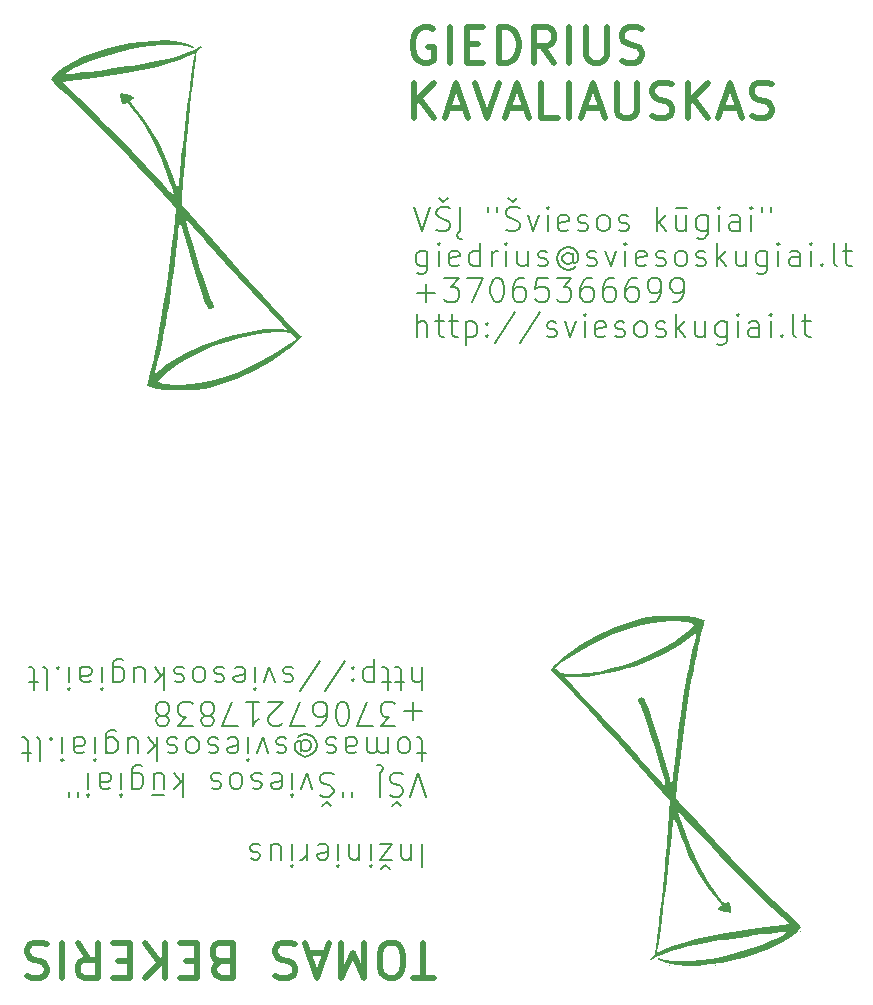
<source format=gto>
G04 (created by PCBNEW (2013-mar-13)-testing) date Sat 12 Oct 2013 01:57:42 PM CEST*
%MOIN*%
G04 Gerber Fmt 3.4, Leading zero omitted, Abs format*
%FSLAX34Y34*%
G01*
G70*
G90*
G04 APERTURE LIST*
%ADD10C,0.005906*%
%ADD11C,0.019685*%
%ADD12C,0.007874*%
%ADD13C,0.000100*%
G04 APERTURE END LIST*
G54D10*
G54D11*
X23877Y-43375D02*
X23202Y-43375D01*
X23540Y-42194D02*
X23540Y-43375D01*
X22584Y-43375D02*
X22359Y-43375D01*
X22246Y-43319D01*
X22134Y-43206D01*
X22077Y-42981D01*
X22077Y-42588D01*
X22134Y-42363D01*
X22246Y-42250D01*
X22359Y-42194D01*
X22584Y-42194D01*
X22696Y-42250D01*
X22808Y-42363D01*
X22865Y-42588D01*
X22865Y-42981D01*
X22808Y-43206D01*
X22696Y-43319D01*
X22584Y-43375D01*
X21571Y-42194D02*
X21571Y-43375D01*
X21177Y-42531D01*
X20784Y-43375D01*
X20784Y-42194D01*
X20278Y-42531D02*
X19715Y-42531D01*
X20390Y-42194D02*
X19996Y-43375D01*
X19603Y-42194D01*
X19265Y-42250D02*
X19096Y-42194D01*
X18815Y-42194D01*
X18703Y-42250D01*
X18647Y-42306D01*
X18590Y-42419D01*
X18590Y-42531D01*
X18647Y-42644D01*
X18703Y-42700D01*
X18815Y-42756D01*
X19040Y-42813D01*
X19153Y-42869D01*
X19209Y-42925D01*
X19265Y-43038D01*
X19265Y-43150D01*
X19209Y-43263D01*
X19153Y-43319D01*
X19040Y-43375D01*
X18759Y-43375D01*
X18590Y-43319D01*
X16791Y-42813D02*
X16622Y-42756D01*
X16566Y-42700D01*
X16509Y-42588D01*
X16509Y-42419D01*
X16566Y-42306D01*
X16622Y-42250D01*
X16734Y-42194D01*
X17184Y-42194D01*
X17184Y-43375D01*
X16791Y-43375D01*
X16678Y-43319D01*
X16622Y-43263D01*
X16566Y-43150D01*
X16566Y-43038D01*
X16622Y-42925D01*
X16678Y-42869D01*
X16791Y-42813D01*
X17184Y-42813D01*
X16003Y-42813D02*
X15609Y-42813D01*
X15441Y-42194D02*
X16003Y-42194D01*
X16003Y-43375D01*
X15441Y-43375D01*
X14934Y-42194D02*
X14934Y-43375D01*
X14260Y-42194D02*
X14766Y-42869D01*
X14260Y-43375D02*
X14934Y-42700D01*
X13753Y-42813D02*
X13360Y-42813D01*
X13191Y-42194D02*
X13753Y-42194D01*
X13753Y-43375D01*
X13191Y-43375D01*
X12010Y-42194D02*
X12404Y-42756D01*
X12685Y-42194D02*
X12685Y-43375D01*
X12235Y-43375D01*
X12122Y-43319D01*
X12066Y-43263D01*
X12010Y-43150D01*
X12010Y-42981D01*
X12066Y-42869D01*
X12122Y-42813D01*
X12235Y-42756D01*
X12685Y-42756D01*
X11504Y-42194D02*
X11504Y-43375D01*
X10997Y-42250D02*
X10829Y-42194D01*
X10548Y-42194D01*
X10435Y-42250D01*
X10379Y-42306D01*
X10323Y-42419D01*
X10323Y-42531D01*
X10379Y-42644D01*
X10435Y-42700D01*
X10548Y-42756D01*
X10773Y-42813D01*
X10885Y-42869D01*
X10941Y-42925D01*
X10997Y-43038D01*
X10997Y-43150D01*
X10941Y-43263D01*
X10885Y-43319D01*
X10773Y-43375D01*
X10491Y-43375D01*
X10323Y-43319D01*
G54D12*
X23506Y-38897D02*
X23506Y-39684D01*
X23131Y-39422D02*
X23131Y-38897D01*
X23131Y-39347D02*
X23094Y-39384D01*
X23019Y-39422D01*
X22906Y-39422D01*
X22831Y-39384D01*
X22794Y-39309D01*
X22794Y-38897D01*
X22494Y-39422D02*
X22081Y-39422D01*
X22494Y-38897D01*
X22081Y-38897D01*
X22419Y-39722D02*
X22269Y-39609D01*
X22119Y-39722D01*
X21781Y-38897D02*
X21781Y-39422D01*
X21781Y-39684D02*
X21819Y-39647D01*
X21781Y-39609D01*
X21744Y-39647D01*
X21781Y-39684D01*
X21781Y-39609D01*
X21406Y-39422D02*
X21406Y-38897D01*
X21406Y-39347D02*
X21369Y-39384D01*
X21294Y-39422D01*
X21181Y-39422D01*
X21106Y-39384D01*
X21069Y-39309D01*
X21069Y-38897D01*
X20694Y-38897D02*
X20694Y-39422D01*
X20694Y-39684D02*
X20731Y-39647D01*
X20694Y-39609D01*
X20656Y-39647D01*
X20694Y-39684D01*
X20694Y-39609D01*
X20019Y-38935D02*
X20094Y-38897D01*
X20244Y-38897D01*
X20319Y-38935D01*
X20357Y-39010D01*
X20357Y-39309D01*
X20319Y-39384D01*
X20244Y-39422D01*
X20094Y-39422D01*
X20019Y-39384D01*
X19982Y-39309D01*
X19982Y-39234D01*
X20357Y-39160D01*
X19644Y-38897D02*
X19644Y-39422D01*
X19644Y-39272D02*
X19607Y-39347D01*
X19569Y-39384D01*
X19494Y-39422D01*
X19419Y-39422D01*
X19157Y-38897D02*
X19157Y-39422D01*
X19157Y-39684D02*
X19194Y-39647D01*
X19157Y-39609D01*
X19119Y-39647D01*
X19157Y-39684D01*
X19157Y-39609D01*
X18444Y-39422D02*
X18444Y-38897D01*
X18782Y-39422D02*
X18782Y-39010D01*
X18744Y-38935D01*
X18669Y-38897D01*
X18557Y-38897D01*
X18482Y-38935D01*
X18444Y-38972D01*
X18107Y-38935D02*
X18032Y-38897D01*
X17882Y-38897D01*
X17807Y-38935D01*
X17769Y-39010D01*
X17769Y-39047D01*
X17807Y-39122D01*
X17882Y-39160D01*
X17994Y-39160D01*
X18069Y-39197D01*
X18107Y-39272D01*
X18107Y-39309D01*
X18069Y-39384D01*
X17994Y-39422D01*
X17882Y-39422D01*
X17807Y-39384D01*
X23619Y-37322D02*
X23356Y-36535D01*
X23094Y-37322D01*
X22869Y-36572D02*
X22756Y-36535D01*
X22569Y-36535D01*
X22494Y-36572D01*
X22456Y-36610D01*
X22419Y-36685D01*
X22419Y-36760D01*
X22456Y-36835D01*
X22494Y-36872D01*
X22569Y-36910D01*
X22719Y-36947D01*
X22794Y-36985D01*
X22831Y-37022D01*
X22869Y-37097D01*
X22869Y-37172D01*
X22831Y-37247D01*
X22794Y-37285D01*
X22719Y-37322D01*
X22531Y-37322D01*
X22419Y-37285D01*
X22794Y-37622D02*
X22644Y-37510D01*
X22494Y-37622D01*
X22081Y-36535D02*
X22081Y-37322D01*
X22081Y-36535D02*
X22156Y-36460D01*
X22194Y-36385D01*
X22156Y-36310D01*
X22081Y-36272D01*
X22006Y-36272D01*
X21144Y-37322D02*
X21144Y-37172D01*
X20844Y-37322D02*
X20844Y-37172D01*
X20544Y-36572D02*
X20432Y-36535D01*
X20244Y-36535D01*
X20169Y-36572D01*
X20132Y-36610D01*
X20094Y-36685D01*
X20094Y-36760D01*
X20132Y-36835D01*
X20169Y-36872D01*
X20244Y-36910D01*
X20394Y-36947D01*
X20469Y-36985D01*
X20506Y-37022D01*
X20544Y-37097D01*
X20544Y-37172D01*
X20506Y-37247D01*
X20469Y-37285D01*
X20394Y-37322D01*
X20207Y-37322D01*
X20094Y-37285D01*
X20469Y-37622D02*
X20319Y-37510D01*
X20169Y-37622D01*
X19832Y-37060D02*
X19644Y-36535D01*
X19457Y-37060D01*
X19157Y-36535D02*
X19157Y-37060D01*
X19157Y-37322D02*
X19194Y-37285D01*
X19157Y-37247D01*
X19119Y-37285D01*
X19157Y-37322D01*
X19157Y-37247D01*
X18482Y-36572D02*
X18557Y-36535D01*
X18707Y-36535D01*
X18782Y-36572D01*
X18819Y-36647D01*
X18819Y-36947D01*
X18782Y-37022D01*
X18707Y-37060D01*
X18557Y-37060D01*
X18482Y-37022D01*
X18444Y-36947D01*
X18444Y-36872D01*
X18819Y-36797D01*
X18144Y-36572D02*
X18069Y-36535D01*
X17919Y-36535D01*
X17844Y-36572D01*
X17807Y-36647D01*
X17807Y-36685D01*
X17844Y-36760D01*
X17919Y-36797D01*
X18032Y-36797D01*
X18107Y-36835D01*
X18144Y-36910D01*
X18144Y-36947D01*
X18107Y-37022D01*
X18032Y-37060D01*
X17919Y-37060D01*
X17844Y-37022D01*
X17357Y-36535D02*
X17432Y-36572D01*
X17469Y-36610D01*
X17507Y-36685D01*
X17507Y-36910D01*
X17469Y-36985D01*
X17432Y-37022D01*
X17357Y-37060D01*
X17244Y-37060D01*
X17169Y-37022D01*
X17132Y-36985D01*
X17094Y-36910D01*
X17094Y-36685D01*
X17132Y-36610D01*
X17169Y-36572D01*
X17244Y-36535D01*
X17357Y-36535D01*
X16794Y-36572D02*
X16719Y-36535D01*
X16569Y-36535D01*
X16494Y-36572D01*
X16457Y-36647D01*
X16457Y-36685D01*
X16494Y-36760D01*
X16569Y-36797D01*
X16682Y-36797D01*
X16757Y-36835D01*
X16794Y-36910D01*
X16794Y-36947D01*
X16757Y-37022D01*
X16682Y-37060D01*
X16569Y-37060D01*
X16494Y-37022D01*
X15520Y-36535D02*
X15520Y-37322D01*
X15445Y-36835D02*
X15220Y-36535D01*
X15220Y-37060D02*
X15520Y-36760D01*
X14545Y-37060D02*
X14545Y-36535D01*
X14882Y-37060D02*
X14882Y-36647D01*
X14845Y-36572D01*
X14770Y-36535D01*
X14657Y-36535D01*
X14582Y-36572D01*
X14545Y-36610D01*
X14882Y-37285D02*
X14507Y-37285D01*
X13832Y-37060D02*
X13832Y-36422D01*
X13870Y-36347D01*
X13907Y-36310D01*
X13982Y-36272D01*
X14095Y-36272D01*
X14170Y-36310D01*
X13832Y-36572D02*
X13907Y-36535D01*
X14057Y-36535D01*
X14132Y-36572D01*
X14170Y-36610D01*
X14207Y-36685D01*
X14207Y-36910D01*
X14170Y-36985D01*
X14132Y-37022D01*
X14057Y-37060D01*
X13907Y-37060D01*
X13832Y-37022D01*
X13457Y-36535D02*
X13457Y-37060D01*
X13457Y-37322D02*
X13495Y-37285D01*
X13457Y-37247D01*
X13420Y-37285D01*
X13457Y-37322D01*
X13457Y-37247D01*
X12745Y-36535D02*
X12745Y-36947D01*
X12782Y-37022D01*
X12857Y-37060D01*
X13007Y-37060D01*
X13082Y-37022D01*
X12745Y-36572D02*
X12820Y-36535D01*
X13007Y-36535D01*
X13082Y-36572D01*
X13120Y-36647D01*
X13120Y-36722D01*
X13082Y-36797D01*
X13007Y-36835D01*
X12820Y-36835D01*
X12745Y-36872D01*
X12370Y-36535D02*
X12370Y-37060D01*
X12370Y-37322D02*
X12408Y-37285D01*
X12370Y-37247D01*
X12333Y-37285D01*
X12370Y-37322D01*
X12370Y-37247D01*
X12033Y-37322D02*
X12033Y-37172D01*
X11733Y-37322D02*
X11733Y-37172D01*
X23619Y-35879D02*
X23319Y-35879D01*
X23506Y-36141D02*
X23506Y-35466D01*
X23469Y-35391D01*
X23394Y-35354D01*
X23319Y-35354D01*
X22944Y-35354D02*
X23019Y-35391D01*
X23056Y-35429D01*
X23094Y-35504D01*
X23094Y-35729D01*
X23056Y-35804D01*
X23019Y-35841D01*
X22944Y-35879D01*
X22831Y-35879D01*
X22756Y-35841D01*
X22719Y-35804D01*
X22681Y-35729D01*
X22681Y-35504D01*
X22719Y-35429D01*
X22756Y-35391D01*
X22831Y-35354D01*
X22944Y-35354D01*
X22344Y-35354D02*
X22344Y-35879D01*
X22344Y-35804D02*
X22306Y-35841D01*
X22231Y-35879D01*
X22119Y-35879D01*
X22044Y-35841D01*
X22006Y-35766D01*
X22006Y-35354D01*
X22006Y-35766D02*
X21969Y-35841D01*
X21894Y-35879D01*
X21781Y-35879D01*
X21706Y-35841D01*
X21669Y-35766D01*
X21669Y-35354D01*
X20956Y-35354D02*
X20956Y-35766D01*
X20994Y-35841D01*
X21069Y-35879D01*
X21219Y-35879D01*
X21294Y-35841D01*
X20956Y-35391D02*
X21031Y-35354D01*
X21219Y-35354D01*
X21294Y-35391D01*
X21331Y-35466D01*
X21331Y-35541D01*
X21294Y-35616D01*
X21219Y-35654D01*
X21031Y-35654D01*
X20956Y-35691D01*
X20619Y-35391D02*
X20544Y-35354D01*
X20394Y-35354D01*
X20319Y-35391D01*
X20282Y-35466D01*
X20282Y-35504D01*
X20319Y-35579D01*
X20394Y-35616D01*
X20506Y-35616D01*
X20581Y-35654D01*
X20619Y-35729D01*
X20619Y-35766D01*
X20581Y-35841D01*
X20506Y-35879D01*
X20394Y-35879D01*
X20319Y-35841D01*
X19457Y-35729D02*
X19494Y-35766D01*
X19569Y-35804D01*
X19644Y-35804D01*
X19719Y-35766D01*
X19757Y-35729D01*
X19794Y-35654D01*
X19794Y-35579D01*
X19757Y-35504D01*
X19719Y-35466D01*
X19644Y-35429D01*
X19569Y-35429D01*
X19494Y-35466D01*
X19457Y-35504D01*
X19457Y-35804D02*
X19457Y-35504D01*
X19419Y-35466D01*
X19382Y-35466D01*
X19307Y-35504D01*
X19269Y-35579D01*
X19269Y-35766D01*
X19344Y-35879D01*
X19457Y-35954D01*
X19607Y-35991D01*
X19757Y-35954D01*
X19869Y-35879D01*
X19944Y-35766D01*
X19982Y-35616D01*
X19944Y-35466D01*
X19869Y-35354D01*
X19757Y-35279D01*
X19607Y-35241D01*
X19457Y-35279D01*
X19344Y-35354D01*
X18969Y-35391D02*
X18894Y-35354D01*
X18744Y-35354D01*
X18669Y-35391D01*
X18632Y-35466D01*
X18632Y-35504D01*
X18669Y-35579D01*
X18744Y-35616D01*
X18857Y-35616D01*
X18932Y-35654D01*
X18969Y-35729D01*
X18969Y-35766D01*
X18932Y-35841D01*
X18857Y-35879D01*
X18744Y-35879D01*
X18669Y-35841D01*
X18369Y-35879D02*
X18182Y-35354D01*
X17994Y-35879D01*
X17694Y-35354D02*
X17694Y-35879D01*
X17694Y-36141D02*
X17732Y-36104D01*
X17694Y-36066D01*
X17657Y-36104D01*
X17694Y-36141D01*
X17694Y-36066D01*
X17019Y-35391D02*
X17094Y-35354D01*
X17244Y-35354D01*
X17319Y-35391D01*
X17357Y-35466D01*
X17357Y-35766D01*
X17319Y-35841D01*
X17244Y-35879D01*
X17094Y-35879D01*
X17019Y-35841D01*
X16982Y-35766D01*
X16982Y-35691D01*
X17357Y-35616D01*
X16682Y-35391D02*
X16607Y-35354D01*
X16457Y-35354D01*
X16382Y-35391D01*
X16345Y-35466D01*
X16345Y-35504D01*
X16382Y-35579D01*
X16457Y-35616D01*
X16569Y-35616D01*
X16644Y-35654D01*
X16682Y-35729D01*
X16682Y-35766D01*
X16644Y-35841D01*
X16569Y-35879D01*
X16457Y-35879D01*
X16382Y-35841D01*
X15895Y-35354D02*
X15970Y-35391D01*
X16007Y-35429D01*
X16045Y-35504D01*
X16045Y-35729D01*
X16007Y-35804D01*
X15970Y-35841D01*
X15895Y-35879D01*
X15782Y-35879D01*
X15707Y-35841D01*
X15670Y-35804D01*
X15632Y-35729D01*
X15632Y-35504D01*
X15670Y-35429D01*
X15707Y-35391D01*
X15782Y-35354D01*
X15895Y-35354D01*
X15332Y-35391D02*
X15257Y-35354D01*
X15107Y-35354D01*
X15032Y-35391D01*
X14995Y-35466D01*
X14995Y-35504D01*
X15032Y-35579D01*
X15107Y-35616D01*
X15220Y-35616D01*
X15295Y-35654D01*
X15332Y-35729D01*
X15332Y-35766D01*
X15295Y-35841D01*
X15220Y-35879D01*
X15107Y-35879D01*
X15032Y-35841D01*
X14657Y-35354D02*
X14657Y-36141D01*
X14582Y-35654D02*
X14357Y-35354D01*
X14357Y-35879D02*
X14657Y-35579D01*
X13682Y-35879D02*
X13682Y-35354D01*
X14020Y-35879D02*
X14020Y-35466D01*
X13982Y-35391D01*
X13907Y-35354D01*
X13795Y-35354D01*
X13720Y-35391D01*
X13682Y-35429D01*
X12970Y-35879D02*
X12970Y-35241D01*
X13007Y-35166D01*
X13045Y-35129D01*
X13120Y-35091D01*
X13232Y-35091D01*
X13307Y-35129D01*
X12970Y-35391D02*
X13045Y-35354D01*
X13195Y-35354D01*
X13270Y-35391D01*
X13307Y-35429D01*
X13345Y-35504D01*
X13345Y-35729D01*
X13307Y-35804D01*
X13270Y-35841D01*
X13195Y-35879D01*
X13045Y-35879D01*
X12970Y-35841D01*
X12595Y-35354D02*
X12595Y-35879D01*
X12595Y-36141D02*
X12632Y-36104D01*
X12595Y-36066D01*
X12557Y-36104D01*
X12595Y-36141D01*
X12595Y-36066D01*
X11883Y-35354D02*
X11883Y-35766D01*
X11920Y-35841D01*
X11995Y-35879D01*
X12145Y-35879D01*
X12220Y-35841D01*
X11883Y-35391D02*
X11958Y-35354D01*
X12145Y-35354D01*
X12220Y-35391D01*
X12258Y-35466D01*
X12258Y-35541D01*
X12220Y-35616D01*
X12145Y-35654D01*
X11958Y-35654D01*
X11883Y-35691D01*
X11508Y-35354D02*
X11508Y-35879D01*
X11508Y-36141D02*
X11545Y-36104D01*
X11508Y-36066D01*
X11470Y-36104D01*
X11508Y-36141D01*
X11508Y-36066D01*
X11133Y-35429D02*
X11095Y-35391D01*
X11133Y-35354D01*
X11170Y-35391D01*
X11133Y-35429D01*
X11133Y-35354D01*
X10645Y-35354D02*
X10720Y-35391D01*
X10758Y-35466D01*
X10758Y-36141D01*
X10458Y-35879D02*
X10158Y-35879D01*
X10345Y-36141D02*
X10345Y-35466D01*
X10308Y-35391D01*
X10233Y-35354D01*
X10158Y-35354D01*
X23506Y-34473D02*
X22906Y-34473D01*
X23206Y-34173D02*
X23206Y-34773D01*
X22606Y-34960D02*
X22119Y-34960D01*
X22381Y-34660D01*
X22269Y-34660D01*
X22194Y-34623D01*
X22156Y-34585D01*
X22119Y-34510D01*
X22119Y-34323D01*
X22156Y-34248D01*
X22194Y-34210D01*
X22269Y-34173D01*
X22494Y-34173D01*
X22569Y-34210D01*
X22606Y-34248D01*
X21856Y-34960D02*
X21331Y-34960D01*
X21669Y-34173D01*
X20881Y-34960D02*
X20806Y-34960D01*
X20731Y-34923D01*
X20694Y-34885D01*
X20656Y-34810D01*
X20619Y-34660D01*
X20619Y-34473D01*
X20656Y-34323D01*
X20694Y-34248D01*
X20731Y-34210D01*
X20806Y-34173D01*
X20881Y-34173D01*
X20956Y-34210D01*
X20994Y-34248D01*
X21031Y-34323D01*
X21069Y-34473D01*
X21069Y-34660D01*
X21031Y-34810D01*
X20994Y-34885D01*
X20956Y-34923D01*
X20881Y-34960D01*
X19944Y-34960D02*
X20094Y-34960D01*
X20169Y-34923D01*
X20207Y-34885D01*
X20282Y-34773D01*
X20319Y-34623D01*
X20319Y-34323D01*
X20282Y-34248D01*
X20244Y-34210D01*
X20169Y-34173D01*
X20019Y-34173D01*
X19944Y-34210D01*
X19907Y-34248D01*
X19869Y-34323D01*
X19869Y-34510D01*
X19907Y-34585D01*
X19944Y-34623D01*
X20019Y-34660D01*
X20169Y-34660D01*
X20244Y-34623D01*
X20282Y-34585D01*
X20319Y-34510D01*
X19607Y-34960D02*
X19082Y-34960D01*
X19419Y-34173D01*
X18819Y-34885D02*
X18782Y-34923D01*
X18707Y-34960D01*
X18519Y-34960D01*
X18444Y-34923D01*
X18407Y-34885D01*
X18369Y-34810D01*
X18369Y-34735D01*
X18407Y-34623D01*
X18857Y-34173D01*
X18369Y-34173D01*
X17619Y-34173D02*
X18069Y-34173D01*
X17844Y-34173D02*
X17844Y-34960D01*
X17919Y-34848D01*
X17994Y-34773D01*
X18069Y-34735D01*
X17357Y-34960D02*
X16832Y-34960D01*
X17169Y-34173D01*
X16420Y-34623D02*
X16494Y-34660D01*
X16532Y-34698D01*
X16569Y-34773D01*
X16569Y-34810D01*
X16532Y-34885D01*
X16494Y-34923D01*
X16420Y-34960D01*
X16270Y-34960D01*
X16195Y-34923D01*
X16157Y-34885D01*
X16120Y-34810D01*
X16120Y-34773D01*
X16157Y-34698D01*
X16195Y-34660D01*
X16270Y-34623D01*
X16420Y-34623D01*
X16494Y-34585D01*
X16532Y-34548D01*
X16569Y-34473D01*
X16569Y-34323D01*
X16532Y-34248D01*
X16494Y-34210D01*
X16420Y-34173D01*
X16270Y-34173D01*
X16195Y-34210D01*
X16157Y-34248D01*
X16120Y-34323D01*
X16120Y-34473D01*
X16157Y-34548D01*
X16195Y-34585D01*
X16270Y-34623D01*
X15857Y-34960D02*
X15370Y-34960D01*
X15632Y-34660D01*
X15520Y-34660D01*
X15445Y-34623D01*
X15407Y-34585D01*
X15370Y-34510D01*
X15370Y-34323D01*
X15407Y-34248D01*
X15445Y-34210D01*
X15520Y-34173D01*
X15745Y-34173D01*
X15820Y-34210D01*
X15857Y-34248D01*
X14920Y-34623D02*
X14995Y-34660D01*
X15032Y-34698D01*
X15070Y-34773D01*
X15070Y-34810D01*
X15032Y-34885D01*
X14995Y-34923D01*
X14920Y-34960D01*
X14770Y-34960D01*
X14695Y-34923D01*
X14657Y-34885D01*
X14620Y-34810D01*
X14620Y-34773D01*
X14657Y-34698D01*
X14695Y-34660D01*
X14770Y-34623D01*
X14920Y-34623D01*
X14995Y-34585D01*
X15032Y-34548D01*
X15070Y-34473D01*
X15070Y-34323D01*
X15032Y-34248D01*
X14995Y-34210D01*
X14920Y-34173D01*
X14770Y-34173D01*
X14695Y-34210D01*
X14657Y-34248D01*
X14620Y-34323D01*
X14620Y-34473D01*
X14657Y-34548D01*
X14695Y-34585D01*
X14770Y-34623D01*
X23506Y-32992D02*
X23506Y-33779D01*
X23169Y-32992D02*
X23169Y-33404D01*
X23206Y-33479D01*
X23281Y-33516D01*
X23394Y-33516D01*
X23469Y-33479D01*
X23506Y-33441D01*
X22906Y-33516D02*
X22606Y-33516D01*
X22794Y-33779D02*
X22794Y-33104D01*
X22756Y-33029D01*
X22681Y-32992D01*
X22606Y-32992D01*
X22456Y-33516D02*
X22156Y-33516D01*
X22344Y-33779D02*
X22344Y-33104D01*
X22306Y-33029D01*
X22231Y-32992D01*
X22156Y-32992D01*
X21894Y-33516D02*
X21894Y-32729D01*
X21894Y-33479D02*
X21819Y-33516D01*
X21669Y-33516D01*
X21594Y-33479D01*
X21556Y-33441D01*
X21519Y-33366D01*
X21519Y-33142D01*
X21556Y-33067D01*
X21594Y-33029D01*
X21669Y-32992D01*
X21819Y-32992D01*
X21894Y-33029D01*
X21181Y-33067D02*
X21144Y-33029D01*
X21181Y-32992D01*
X21219Y-33029D01*
X21181Y-33067D01*
X21181Y-32992D01*
X21181Y-33479D02*
X21144Y-33441D01*
X21181Y-33404D01*
X21219Y-33441D01*
X21181Y-33479D01*
X21181Y-33404D01*
X20244Y-33816D02*
X20919Y-32804D01*
X19419Y-33816D02*
X20094Y-32804D01*
X19194Y-33029D02*
X19119Y-32992D01*
X18969Y-32992D01*
X18894Y-33029D01*
X18857Y-33104D01*
X18857Y-33142D01*
X18894Y-33216D01*
X18969Y-33254D01*
X19082Y-33254D01*
X19157Y-33291D01*
X19194Y-33366D01*
X19194Y-33404D01*
X19157Y-33479D01*
X19082Y-33516D01*
X18969Y-33516D01*
X18894Y-33479D01*
X18594Y-33516D02*
X18407Y-32992D01*
X18219Y-33516D01*
X17919Y-32992D02*
X17919Y-33516D01*
X17919Y-33779D02*
X17957Y-33741D01*
X17919Y-33704D01*
X17882Y-33741D01*
X17919Y-33779D01*
X17919Y-33704D01*
X17244Y-33029D02*
X17319Y-32992D01*
X17469Y-32992D01*
X17544Y-33029D01*
X17582Y-33104D01*
X17582Y-33404D01*
X17544Y-33479D01*
X17469Y-33516D01*
X17319Y-33516D01*
X17244Y-33479D01*
X17207Y-33404D01*
X17207Y-33329D01*
X17582Y-33254D01*
X16907Y-33029D02*
X16832Y-32992D01*
X16682Y-32992D01*
X16607Y-33029D01*
X16569Y-33104D01*
X16569Y-33142D01*
X16607Y-33216D01*
X16682Y-33254D01*
X16794Y-33254D01*
X16869Y-33291D01*
X16907Y-33366D01*
X16907Y-33404D01*
X16869Y-33479D01*
X16794Y-33516D01*
X16682Y-33516D01*
X16607Y-33479D01*
X16120Y-32992D02*
X16195Y-33029D01*
X16232Y-33067D01*
X16270Y-33142D01*
X16270Y-33366D01*
X16232Y-33441D01*
X16195Y-33479D01*
X16120Y-33516D01*
X16007Y-33516D01*
X15932Y-33479D01*
X15895Y-33441D01*
X15857Y-33366D01*
X15857Y-33142D01*
X15895Y-33067D01*
X15932Y-33029D01*
X16007Y-32992D01*
X16120Y-32992D01*
X15557Y-33029D02*
X15482Y-32992D01*
X15332Y-32992D01*
X15257Y-33029D01*
X15220Y-33104D01*
X15220Y-33142D01*
X15257Y-33216D01*
X15332Y-33254D01*
X15445Y-33254D01*
X15520Y-33291D01*
X15557Y-33366D01*
X15557Y-33404D01*
X15520Y-33479D01*
X15445Y-33516D01*
X15332Y-33516D01*
X15257Y-33479D01*
X14882Y-32992D02*
X14882Y-33779D01*
X14807Y-33291D02*
X14582Y-32992D01*
X14582Y-33516D02*
X14882Y-33216D01*
X13907Y-33516D02*
X13907Y-32992D01*
X14245Y-33516D02*
X14245Y-33104D01*
X14207Y-33029D01*
X14132Y-32992D01*
X14020Y-32992D01*
X13945Y-33029D01*
X13907Y-33067D01*
X13195Y-33516D02*
X13195Y-32879D01*
X13232Y-32804D01*
X13270Y-32767D01*
X13345Y-32729D01*
X13457Y-32729D01*
X13532Y-32767D01*
X13195Y-33029D02*
X13270Y-32992D01*
X13420Y-32992D01*
X13495Y-33029D01*
X13532Y-33067D01*
X13570Y-33142D01*
X13570Y-33366D01*
X13532Y-33441D01*
X13495Y-33479D01*
X13420Y-33516D01*
X13270Y-33516D01*
X13195Y-33479D01*
X12820Y-32992D02*
X12820Y-33516D01*
X12820Y-33779D02*
X12857Y-33741D01*
X12820Y-33704D01*
X12782Y-33741D01*
X12820Y-33779D01*
X12820Y-33704D01*
X12108Y-32992D02*
X12108Y-33404D01*
X12145Y-33479D01*
X12220Y-33516D01*
X12370Y-33516D01*
X12445Y-33479D01*
X12108Y-33029D02*
X12183Y-32992D01*
X12370Y-32992D01*
X12445Y-33029D01*
X12482Y-33104D01*
X12482Y-33179D01*
X12445Y-33254D01*
X12370Y-33291D01*
X12183Y-33291D01*
X12108Y-33329D01*
X11733Y-32992D02*
X11733Y-33516D01*
X11733Y-33779D02*
X11770Y-33741D01*
X11733Y-33704D01*
X11695Y-33741D01*
X11733Y-33779D01*
X11733Y-33704D01*
X11358Y-33067D02*
X11320Y-33029D01*
X11358Y-32992D01*
X11395Y-33029D01*
X11358Y-33067D01*
X11358Y-32992D01*
X10870Y-32992D02*
X10945Y-33029D01*
X10983Y-33104D01*
X10983Y-33779D01*
X10683Y-33516D02*
X10383Y-33516D01*
X10570Y-33779D02*
X10570Y-33104D01*
X10533Y-33029D01*
X10458Y-32992D01*
X10383Y-32992D01*
X23224Y-17679D02*
X23487Y-18466D01*
X23749Y-17679D01*
X23974Y-18428D02*
X24086Y-18466D01*
X24274Y-18466D01*
X24349Y-18428D01*
X24386Y-18391D01*
X24424Y-18316D01*
X24424Y-18241D01*
X24386Y-18166D01*
X24349Y-18128D01*
X24274Y-18091D01*
X24124Y-18053D01*
X24049Y-18016D01*
X24011Y-17979D01*
X23974Y-17904D01*
X23974Y-17829D01*
X24011Y-17754D01*
X24049Y-17716D01*
X24124Y-17679D01*
X24311Y-17679D01*
X24424Y-17716D01*
X24049Y-17379D02*
X24199Y-17491D01*
X24349Y-17379D01*
X24761Y-18466D02*
X24761Y-17679D01*
X24761Y-18466D02*
X24686Y-18541D01*
X24649Y-18616D01*
X24686Y-18691D01*
X24761Y-18728D01*
X24836Y-18728D01*
X25699Y-17679D02*
X25699Y-17829D01*
X25999Y-17679D02*
X25999Y-17829D01*
X26299Y-18428D02*
X26411Y-18466D01*
X26599Y-18466D01*
X26674Y-18428D01*
X26711Y-18391D01*
X26749Y-18316D01*
X26749Y-18241D01*
X26711Y-18166D01*
X26674Y-18128D01*
X26599Y-18091D01*
X26449Y-18053D01*
X26374Y-18016D01*
X26336Y-17979D01*
X26299Y-17904D01*
X26299Y-17829D01*
X26336Y-17754D01*
X26374Y-17716D01*
X26449Y-17679D01*
X26636Y-17679D01*
X26749Y-17716D01*
X26374Y-17379D02*
X26524Y-17491D01*
X26674Y-17379D01*
X27011Y-17941D02*
X27199Y-18466D01*
X27386Y-17941D01*
X27686Y-18466D02*
X27686Y-17941D01*
X27686Y-17679D02*
X27649Y-17716D01*
X27686Y-17754D01*
X27724Y-17716D01*
X27686Y-17679D01*
X27686Y-17754D01*
X28361Y-18428D02*
X28286Y-18466D01*
X28136Y-18466D01*
X28061Y-18428D01*
X28023Y-18353D01*
X28023Y-18053D01*
X28061Y-17979D01*
X28136Y-17941D01*
X28286Y-17941D01*
X28361Y-17979D01*
X28398Y-18053D01*
X28398Y-18128D01*
X28023Y-18203D01*
X28698Y-18428D02*
X28773Y-18466D01*
X28923Y-18466D01*
X28998Y-18428D01*
X29036Y-18353D01*
X29036Y-18316D01*
X28998Y-18241D01*
X28923Y-18203D01*
X28811Y-18203D01*
X28736Y-18166D01*
X28698Y-18091D01*
X28698Y-18053D01*
X28736Y-17979D01*
X28811Y-17941D01*
X28923Y-17941D01*
X28998Y-17979D01*
X29486Y-18466D02*
X29411Y-18428D01*
X29373Y-18391D01*
X29336Y-18316D01*
X29336Y-18091D01*
X29373Y-18016D01*
X29411Y-17979D01*
X29486Y-17941D01*
X29598Y-17941D01*
X29673Y-17979D01*
X29711Y-18016D01*
X29748Y-18091D01*
X29748Y-18316D01*
X29711Y-18391D01*
X29673Y-18428D01*
X29598Y-18466D01*
X29486Y-18466D01*
X30048Y-18428D02*
X30123Y-18466D01*
X30273Y-18466D01*
X30348Y-18428D01*
X30386Y-18353D01*
X30386Y-18316D01*
X30348Y-18241D01*
X30273Y-18203D01*
X30161Y-18203D01*
X30086Y-18166D01*
X30048Y-18091D01*
X30048Y-18053D01*
X30086Y-17979D01*
X30161Y-17941D01*
X30273Y-17941D01*
X30348Y-17979D01*
X31323Y-18466D02*
X31323Y-17679D01*
X31398Y-18166D02*
X31623Y-18466D01*
X31623Y-17941D02*
X31323Y-18241D01*
X32298Y-17941D02*
X32298Y-18466D01*
X31961Y-17941D02*
X31961Y-18353D01*
X31998Y-18428D01*
X32073Y-18466D01*
X32185Y-18466D01*
X32260Y-18428D01*
X32298Y-18391D01*
X31961Y-17716D02*
X32335Y-17716D01*
X33010Y-17941D02*
X33010Y-18578D01*
X32973Y-18653D01*
X32935Y-18691D01*
X32860Y-18728D01*
X32748Y-18728D01*
X32673Y-18691D01*
X33010Y-18428D02*
X32935Y-18466D01*
X32785Y-18466D01*
X32710Y-18428D01*
X32673Y-18391D01*
X32635Y-18316D01*
X32635Y-18091D01*
X32673Y-18016D01*
X32710Y-17979D01*
X32785Y-17941D01*
X32935Y-17941D01*
X33010Y-17979D01*
X33385Y-18466D02*
X33385Y-17941D01*
X33385Y-17679D02*
X33348Y-17716D01*
X33385Y-17754D01*
X33423Y-17716D01*
X33385Y-17679D01*
X33385Y-17754D01*
X34098Y-18466D02*
X34098Y-18053D01*
X34060Y-17979D01*
X33985Y-17941D01*
X33835Y-17941D01*
X33760Y-17979D01*
X34098Y-18428D02*
X34023Y-18466D01*
X33835Y-18466D01*
X33760Y-18428D01*
X33723Y-18353D01*
X33723Y-18278D01*
X33760Y-18203D01*
X33835Y-18166D01*
X34023Y-18166D01*
X34098Y-18128D01*
X34473Y-18466D02*
X34473Y-17941D01*
X34473Y-17679D02*
X34435Y-17716D01*
X34473Y-17754D01*
X34510Y-17716D01*
X34473Y-17679D01*
X34473Y-17754D01*
X34810Y-17679D02*
X34810Y-17829D01*
X35110Y-17679D02*
X35110Y-17829D01*
X23674Y-19122D02*
X23674Y-19760D01*
X23637Y-19835D01*
X23599Y-19872D01*
X23524Y-19910D01*
X23412Y-19910D01*
X23337Y-19872D01*
X23674Y-19610D02*
X23599Y-19647D01*
X23449Y-19647D01*
X23374Y-19610D01*
X23337Y-19572D01*
X23299Y-19497D01*
X23299Y-19272D01*
X23337Y-19197D01*
X23374Y-19160D01*
X23449Y-19122D01*
X23599Y-19122D01*
X23674Y-19160D01*
X24049Y-19647D02*
X24049Y-19122D01*
X24049Y-18860D02*
X24011Y-18897D01*
X24049Y-18935D01*
X24086Y-18897D01*
X24049Y-18860D01*
X24049Y-18935D01*
X24724Y-19610D02*
X24649Y-19647D01*
X24499Y-19647D01*
X24424Y-19610D01*
X24386Y-19535D01*
X24386Y-19235D01*
X24424Y-19160D01*
X24499Y-19122D01*
X24649Y-19122D01*
X24724Y-19160D01*
X24761Y-19235D01*
X24761Y-19310D01*
X24386Y-19385D01*
X25436Y-19647D02*
X25436Y-18860D01*
X25436Y-19610D02*
X25361Y-19647D01*
X25211Y-19647D01*
X25136Y-19610D01*
X25099Y-19572D01*
X25061Y-19497D01*
X25061Y-19272D01*
X25099Y-19197D01*
X25136Y-19160D01*
X25211Y-19122D01*
X25361Y-19122D01*
X25436Y-19160D01*
X25811Y-19647D02*
X25811Y-19122D01*
X25811Y-19272D02*
X25849Y-19197D01*
X25886Y-19160D01*
X25961Y-19122D01*
X26036Y-19122D01*
X26299Y-19647D02*
X26299Y-19122D01*
X26299Y-18860D02*
X26261Y-18897D01*
X26299Y-18935D01*
X26336Y-18897D01*
X26299Y-18860D01*
X26299Y-18935D01*
X27011Y-19122D02*
X27011Y-19647D01*
X26674Y-19122D02*
X26674Y-19535D01*
X26711Y-19610D01*
X26786Y-19647D01*
X26899Y-19647D01*
X26974Y-19610D01*
X27011Y-19572D01*
X27349Y-19610D02*
X27424Y-19647D01*
X27574Y-19647D01*
X27649Y-19610D01*
X27686Y-19535D01*
X27686Y-19497D01*
X27649Y-19422D01*
X27574Y-19385D01*
X27461Y-19385D01*
X27386Y-19347D01*
X27349Y-19272D01*
X27349Y-19235D01*
X27386Y-19160D01*
X27461Y-19122D01*
X27574Y-19122D01*
X27649Y-19160D01*
X28511Y-19272D02*
X28473Y-19235D01*
X28398Y-19197D01*
X28323Y-19197D01*
X28248Y-19235D01*
X28211Y-19272D01*
X28173Y-19347D01*
X28173Y-19422D01*
X28211Y-19497D01*
X28248Y-19535D01*
X28323Y-19572D01*
X28398Y-19572D01*
X28473Y-19535D01*
X28511Y-19497D01*
X28511Y-19197D02*
X28511Y-19497D01*
X28548Y-19535D01*
X28586Y-19535D01*
X28661Y-19497D01*
X28698Y-19422D01*
X28698Y-19235D01*
X28623Y-19122D01*
X28511Y-19047D01*
X28361Y-19010D01*
X28211Y-19047D01*
X28098Y-19122D01*
X28023Y-19235D01*
X27986Y-19385D01*
X28023Y-19535D01*
X28098Y-19647D01*
X28211Y-19722D01*
X28361Y-19760D01*
X28511Y-19722D01*
X28623Y-19647D01*
X28998Y-19610D02*
X29073Y-19647D01*
X29223Y-19647D01*
X29298Y-19610D01*
X29336Y-19535D01*
X29336Y-19497D01*
X29298Y-19422D01*
X29223Y-19385D01*
X29111Y-19385D01*
X29036Y-19347D01*
X28998Y-19272D01*
X28998Y-19235D01*
X29036Y-19160D01*
X29111Y-19122D01*
X29223Y-19122D01*
X29298Y-19160D01*
X29598Y-19122D02*
X29786Y-19647D01*
X29973Y-19122D01*
X30273Y-19647D02*
X30273Y-19122D01*
X30273Y-18860D02*
X30236Y-18897D01*
X30273Y-18935D01*
X30311Y-18897D01*
X30273Y-18860D01*
X30273Y-18935D01*
X30948Y-19610D02*
X30873Y-19647D01*
X30723Y-19647D01*
X30648Y-19610D01*
X30611Y-19535D01*
X30611Y-19235D01*
X30648Y-19160D01*
X30723Y-19122D01*
X30873Y-19122D01*
X30948Y-19160D01*
X30986Y-19235D01*
X30986Y-19310D01*
X30611Y-19385D01*
X31286Y-19610D02*
X31361Y-19647D01*
X31511Y-19647D01*
X31586Y-19610D01*
X31623Y-19535D01*
X31623Y-19497D01*
X31586Y-19422D01*
X31511Y-19385D01*
X31398Y-19385D01*
X31323Y-19347D01*
X31286Y-19272D01*
X31286Y-19235D01*
X31323Y-19160D01*
X31398Y-19122D01*
X31511Y-19122D01*
X31586Y-19160D01*
X32073Y-19647D02*
X31998Y-19610D01*
X31961Y-19572D01*
X31923Y-19497D01*
X31923Y-19272D01*
X31961Y-19197D01*
X31998Y-19160D01*
X32073Y-19122D01*
X32185Y-19122D01*
X32260Y-19160D01*
X32298Y-19197D01*
X32335Y-19272D01*
X32335Y-19497D01*
X32298Y-19572D01*
X32260Y-19610D01*
X32185Y-19647D01*
X32073Y-19647D01*
X32635Y-19610D02*
X32710Y-19647D01*
X32860Y-19647D01*
X32935Y-19610D01*
X32973Y-19535D01*
X32973Y-19497D01*
X32935Y-19422D01*
X32860Y-19385D01*
X32748Y-19385D01*
X32673Y-19347D01*
X32635Y-19272D01*
X32635Y-19235D01*
X32673Y-19160D01*
X32748Y-19122D01*
X32860Y-19122D01*
X32935Y-19160D01*
X33310Y-19647D02*
X33310Y-18860D01*
X33385Y-19347D02*
X33610Y-19647D01*
X33610Y-19122D02*
X33310Y-19422D01*
X34285Y-19122D02*
X34285Y-19647D01*
X33948Y-19122D02*
X33948Y-19535D01*
X33985Y-19610D01*
X34060Y-19647D01*
X34173Y-19647D01*
X34248Y-19610D01*
X34285Y-19572D01*
X34998Y-19122D02*
X34998Y-19760D01*
X34960Y-19835D01*
X34923Y-19872D01*
X34848Y-19910D01*
X34735Y-19910D01*
X34660Y-19872D01*
X34998Y-19610D02*
X34923Y-19647D01*
X34773Y-19647D01*
X34698Y-19610D01*
X34660Y-19572D01*
X34623Y-19497D01*
X34623Y-19272D01*
X34660Y-19197D01*
X34698Y-19160D01*
X34773Y-19122D01*
X34923Y-19122D01*
X34998Y-19160D01*
X35373Y-19647D02*
X35373Y-19122D01*
X35373Y-18860D02*
X35335Y-18897D01*
X35373Y-18935D01*
X35410Y-18897D01*
X35373Y-18860D01*
X35373Y-18935D01*
X36085Y-19647D02*
X36085Y-19235D01*
X36047Y-19160D01*
X35973Y-19122D01*
X35823Y-19122D01*
X35748Y-19160D01*
X36085Y-19610D02*
X36010Y-19647D01*
X35823Y-19647D01*
X35748Y-19610D01*
X35710Y-19535D01*
X35710Y-19460D01*
X35748Y-19385D01*
X35823Y-19347D01*
X36010Y-19347D01*
X36085Y-19310D01*
X36460Y-19647D02*
X36460Y-19122D01*
X36460Y-18860D02*
X36422Y-18897D01*
X36460Y-18935D01*
X36497Y-18897D01*
X36460Y-18860D01*
X36460Y-18935D01*
X36835Y-19572D02*
X36872Y-19610D01*
X36835Y-19647D01*
X36797Y-19610D01*
X36835Y-19572D01*
X36835Y-19647D01*
X37322Y-19647D02*
X37247Y-19610D01*
X37210Y-19535D01*
X37210Y-18860D01*
X37510Y-19122D02*
X37810Y-19122D01*
X37622Y-18860D02*
X37622Y-19535D01*
X37660Y-19610D01*
X37735Y-19647D01*
X37810Y-19647D01*
X23337Y-20528D02*
X23937Y-20528D01*
X23637Y-20828D02*
X23637Y-20228D01*
X24236Y-20041D02*
X24724Y-20041D01*
X24461Y-20341D01*
X24574Y-20341D01*
X24649Y-20378D01*
X24686Y-20416D01*
X24724Y-20491D01*
X24724Y-20678D01*
X24686Y-20753D01*
X24649Y-20791D01*
X24574Y-20828D01*
X24349Y-20828D01*
X24274Y-20791D01*
X24236Y-20753D01*
X24986Y-20041D02*
X25511Y-20041D01*
X25174Y-20828D01*
X25961Y-20041D02*
X26036Y-20041D01*
X26111Y-20078D01*
X26149Y-20116D01*
X26186Y-20191D01*
X26224Y-20341D01*
X26224Y-20528D01*
X26186Y-20678D01*
X26149Y-20753D01*
X26111Y-20791D01*
X26036Y-20828D01*
X25961Y-20828D01*
X25886Y-20791D01*
X25849Y-20753D01*
X25811Y-20678D01*
X25774Y-20528D01*
X25774Y-20341D01*
X25811Y-20191D01*
X25849Y-20116D01*
X25886Y-20078D01*
X25961Y-20041D01*
X26899Y-20041D02*
X26749Y-20041D01*
X26674Y-20078D01*
X26636Y-20116D01*
X26561Y-20228D01*
X26524Y-20378D01*
X26524Y-20678D01*
X26561Y-20753D01*
X26599Y-20791D01*
X26674Y-20828D01*
X26824Y-20828D01*
X26899Y-20791D01*
X26936Y-20753D01*
X26974Y-20678D01*
X26974Y-20491D01*
X26936Y-20416D01*
X26899Y-20378D01*
X26824Y-20341D01*
X26674Y-20341D01*
X26599Y-20378D01*
X26561Y-20416D01*
X26524Y-20491D01*
X27686Y-20041D02*
X27311Y-20041D01*
X27274Y-20416D01*
X27311Y-20378D01*
X27386Y-20341D01*
X27574Y-20341D01*
X27649Y-20378D01*
X27686Y-20416D01*
X27724Y-20491D01*
X27724Y-20678D01*
X27686Y-20753D01*
X27649Y-20791D01*
X27574Y-20828D01*
X27386Y-20828D01*
X27311Y-20791D01*
X27274Y-20753D01*
X27986Y-20041D02*
X28473Y-20041D01*
X28211Y-20341D01*
X28323Y-20341D01*
X28398Y-20378D01*
X28436Y-20416D01*
X28473Y-20491D01*
X28473Y-20678D01*
X28436Y-20753D01*
X28398Y-20791D01*
X28323Y-20828D01*
X28098Y-20828D01*
X28023Y-20791D01*
X27986Y-20753D01*
X29148Y-20041D02*
X28998Y-20041D01*
X28923Y-20078D01*
X28886Y-20116D01*
X28811Y-20228D01*
X28773Y-20378D01*
X28773Y-20678D01*
X28811Y-20753D01*
X28848Y-20791D01*
X28923Y-20828D01*
X29073Y-20828D01*
X29148Y-20791D01*
X29186Y-20753D01*
X29223Y-20678D01*
X29223Y-20491D01*
X29186Y-20416D01*
X29148Y-20378D01*
X29073Y-20341D01*
X28923Y-20341D01*
X28848Y-20378D01*
X28811Y-20416D01*
X28773Y-20491D01*
X29898Y-20041D02*
X29748Y-20041D01*
X29673Y-20078D01*
X29636Y-20116D01*
X29561Y-20228D01*
X29523Y-20378D01*
X29523Y-20678D01*
X29561Y-20753D01*
X29598Y-20791D01*
X29673Y-20828D01*
X29823Y-20828D01*
X29898Y-20791D01*
X29936Y-20753D01*
X29973Y-20678D01*
X29973Y-20491D01*
X29936Y-20416D01*
X29898Y-20378D01*
X29823Y-20341D01*
X29673Y-20341D01*
X29598Y-20378D01*
X29561Y-20416D01*
X29523Y-20491D01*
X30648Y-20041D02*
X30498Y-20041D01*
X30423Y-20078D01*
X30386Y-20116D01*
X30311Y-20228D01*
X30273Y-20378D01*
X30273Y-20678D01*
X30311Y-20753D01*
X30348Y-20791D01*
X30423Y-20828D01*
X30573Y-20828D01*
X30648Y-20791D01*
X30686Y-20753D01*
X30723Y-20678D01*
X30723Y-20491D01*
X30686Y-20416D01*
X30648Y-20378D01*
X30573Y-20341D01*
X30423Y-20341D01*
X30348Y-20378D01*
X30311Y-20416D01*
X30273Y-20491D01*
X31098Y-20828D02*
X31248Y-20828D01*
X31323Y-20791D01*
X31361Y-20753D01*
X31436Y-20641D01*
X31473Y-20491D01*
X31473Y-20191D01*
X31436Y-20116D01*
X31398Y-20078D01*
X31323Y-20041D01*
X31173Y-20041D01*
X31098Y-20078D01*
X31061Y-20116D01*
X31023Y-20191D01*
X31023Y-20378D01*
X31061Y-20453D01*
X31098Y-20491D01*
X31173Y-20528D01*
X31323Y-20528D01*
X31398Y-20491D01*
X31436Y-20453D01*
X31473Y-20378D01*
X31848Y-20828D02*
X31998Y-20828D01*
X32073Y-20791D01*
X32110Y-20753D01*
X32185Y-20641D01*
X32223Y-20491D01*
X32223Y-20191D01*
X32185Y-20116D01*
X32148Y-20078D01*
X32073Y-20041D01*
X31923Y-20041D01*
X31848Y-20078D01*
X31811Y-20116D01*
X31773Y-20191D01*
X31773Y-20378D01*
X31811Y-20453D01*
X31848Y-20491D01*
X31923Y-20528D01*
X32073Y-20528D01*
X32148Y-20491D01*
X32185Y-20453D01*
X32223Y-20378D01*
X23337Y-22009D02*
X23337Y-21222D01*
X23674Y-22009D02*
X23674Y-21597D01*
X23637Y-21522D01*
X23562Y-21484D01*
X23449Y-21484D01*
X23374Y-21522D01*
X23337Y-21559D01*
X23937Y-21484D02*
X24236Y-21484D01*
X24049Y-21222D02*
X24049Y-21897D01*
X24086Y-21972D01*
X24161Y-22009D01*
X24236Y-22009D01*
X24386Y-21484D02*
X24686Y-21484D01*
X24499Y-21222D02*
X24499Y-21897D01*
X24536Y-21972D01*
X24611Y-22009D01*
X24686Y-22009D01*
X24949Y-21484D02*
X24949Y-22272D01*
X24949Y-21522D02*
X25024Y-21484D01*
X25174Y-21484D01*
X25249Y-21522D01*
X25286Y-21559D01*
X25324Y-21634D01*
X25324Y-21859D01*
X25286Y-21934D01*
X25249Y-21972D01*
X25174Y-22009D01*
X25024Y-22009D01*
X24949Y-21972D01*
X25661Y-21934D02*
X25699Y-21972D01*
X25661Y-22009D01*
X25624Y-21972D01*
X25661Y-21934D01*
X25661Y-22009D01*
X25661Y-21522D02*
X25699Y-21559D01*
X25661Y-21597D01*
X25624Y-21559D01*
X25661Y-21522D01*
X25661Y-21597D01*
X26599Y-21184D02*
X25924Y-22197D01*
X27424Y-21184D02*
X26749Y-22197D01*
X27649Y-21972D02*
X27724Y-22009D01*
X27874Y-22009D01*
X27949Y-21972D01*
X27986Y-21897D01*
X27986Y-21859D01*
X27949Y-21784D01*
X27874Y-21747D01*
X27761Y-21747D01*
X27686Y-21709D01*
X27649Y-21634D01*
X27649Y-21597D01*
X27686Y-21522D01*
X27761Y-21484D01*
X27874Y-21484D01*
X27949Y-21522D01*
X28248Y-21484D02*
X28436Y-22009D01*
X28623Y-21484D01*
X28923Y-22009D02*
X28923Y-21484D01*
X28923Y-21222D02*
X28886Y-21259D01*
X28923Y-21297D01*
X28961Y-21259D01*
X28923Y-21222D01*
X28923Y-21297D01*
X29598Y-21972D02*
X29523Y-22009D01*
X29373Y-22009D01*
X29298Y-21972D01*
X29261Y-21897D01*
X29261Y-21597D01*
X29298Y-21522D01*
X29373Y-21484D01*
X29523Y-21484D01*
X29598Y-21522D01*
X29636Y-21597D01*
X29636Y-21672D01*
X29261Y-21747D01*
X29936Y-21972D02*
X30011Y-22009D01*
X30161Y-22009D01*
X30236Y-21972D01*
X30273Y-21897D01*
X30273Y-21859D01*
X30236Y-21784D01*
X30161Y-21747D01*
X30048Y-21747D01*
X29973Y-21709D01*
X29936Y-21634D01*
X29936Y-21597D01*
X29973Y-21522D01*
X30048Y-21484D01*
X30161Y-21484D01*
X30236Y-21522D01*
X30723Y-22009D02*
X30648Y-21972D01*
X30611Y-21934D01*
X30573Y-21859D01*
X30573Y-21634D01*
X30611Y-21559D01*
X30648Y-21522D01*
X30723Y-21484D01*
X30836Y-21484D01*
X30911Y-21522D01*
X30948Y-21559D01*
X30986Y-21634D01*
X30986Y-21859D01*
X30948Y-21934D01*
X30911Y-21972D01*
X30836Y-22009D01*
X30723Y-22009D01*
X31286Y-21972D02*
X31361Y-22009D01*
X31511Y-22009D01*
X31586Y-21972D01*
X31623Y-21897D01*
X31623Y-21859D01*
X31586Y-21784D01*
X31511Y-21747D01*
X31398Y-21747D01*
X31323Y-21709D01*
X31286Y-21634D01*
X31286Y-21597D01*
X31323Y-21522D01*
X31398Y-21484D01*
X31511Y-21484D01*
X31586Y-21522D01*
X31961Y-22009D02*
X31961Y-21222D01*
X32035Y-21709D02*
X32260Y-22009D01*
X32260Y-21484D02*
X31961Y-21784D01*
X32935Y-21484D02*
X32935Y-22009D01*
X32598Y-21484D02*
X32598Y-21897D01*
X32635Y-21972D01*
X32710Y-22009D01*
X32823Y-22009D01*
X32898Y-21972D01*
X32935Y-21934D01*
X33648Y-21484D02*
X33648Y-22122D01*
X33610Y-22197D01*
X33573Y-22234D01*
X33498Y-22272D01*
X33385Y-22272D01*
X33310Y-22234D01*
X33648Y-21972D02*
X33573Y-22009D01*
X33423Y-22009D01*
X33348Y-21972D01*
X33310Y-21934D01*
X33273Y-21859D01*
X33273Y-21634D01*
X33310Y-21559D01*
X33348Y-21522D01*
X33423Y-21484D01*
X33573Y-21484D01*
X33648Y-21522D01*
X34023Y-22009D02*
X34023Y-21484D01*
X34023Y-21222D02*
X33985Y-21259D01*
X34023Y-21297D01*
X34060Y-21259D01*
X34023Y-21222D01*
X34023Y-21297D01*
X34735Y-22009D02*
X34735Y-21597D01*
X34698Y-21522D01*
X34623Y-21484D01*
X34473Y-21484D01*
X34398Y-21522D01*
X34735Y-21972D02*
X34660Y-22009D01*
X34473Y-22009D01*
X34398Y-21972D01*
X34360Y-21897D01*
X34360Y-21822D01*
X34398Y-21747D01*
X34473Y-21709D01*
X34660Y-21709D01*
X34735Y-21672D01*
X35110Y-22009D02*
X35110Y-21484D01*
X35110Y-21222D02*
X35073Y-21259D01*
X35110Y-21297D01*
X35148Y-21259D01*
X35110Y-21222D01*
X35110Y-21297D01*
X35485Y-21934D02*
X35523Y-21972D01*
X35485Y-22009D01*
X35448Y-21972D01*
X35485Y-21934D01*
X35485Y-22009D01*
X35973Y-22009D02*
X35898Y-21972D01*
X35860Y-21897D01*
X35860Y-21222D01*
X36160Y-21484D02*
X36460Y-21484D01*
X36272Y-21222D02*
X36272Y-21897D01*
X36310Y-21972D01*
X36385Y-22009D01*
X36460Y-22009D01*
G54D11*
X23852Y-11732D02*
X23740Y-11676D01*
X23571Y-11676D01*
X23402Y-11732D01*
X23290Y-11844D01*
X23233Y-11957D01*
X23177Y-12182D01*
X23177Y-12350D01*
X23233Y-12575D01*
X23290Y-12688D01*
X23402Y-12800D01*
X23571Y-12857D01*
X23683Y-12857D01*
X23852Y-12800D01*
X23908Y-12744D01*
X23908Y-12350D01*
X23683Y-12350D01*
X24415Y-12857D02*
X24415Y-11676D01*
X24977Y-12238D02*
X25371Y-12238D01*
X25539Y-12857D02*
X24977Y-12857D01*
X24977Y-11676D01*
X25539Y-11676D01*
X26046Y-12857D02*
X26046Y-11676D01*
X26327Y-11676D01*
X26496Y-11732D01*
X26608Y-11844D01*
X26664Y-11957D01*
X26721Y-12182D01*
X26721Y-12350D01*
X26664Y-12575D01*
X26608Y-12688D01*
X26496Y-12800D01*
X26327Y-12857D01*
X26046Y-12857D01*
X27902Y-12857D02*
X27508Y-12294D01*
X27227Y-12857D02*
X27227Y-11676D01*
X27677Y-11676D01*
X27789Y-11732D01*
X27845Y-11788D01*
X27902Y-11901D01*
X27902Y-12069D01*
X27845Y-12182D01*
X27789Y-12238D01*
X27677Y-12294D01*
X27227Y-12294D01*
X28408Y-12857D02*
X28408Y-11676D01*
X28970Y-11676D02*
X28970Y-12632D01*
X29026Y-12744D01*
X29083Y-12800D01*
X29195Y-12857D01*
X29420Y-12857D01*
X29533Y-12800D01*
X29589Y-12744D01*
X29645Y-12632D01*
X29645Y-11676D01*
X30151Y-12800D02*
X30320Y-12857D01*
X30601Y-12857D01*
X30714Y-12800D01*
X30770Y-12744D01*
X30826Y-12632D01*
X30826Y-12519D01*
X30770Y-12407D01*
X30714Y-12350D01*
X30601Y-12294D01*
X30376Y-12238D01*
X30264Y-12182D01*
X30208Y-12125D01*
X30151Y-12013D01*
X30151Y-11901D01*
X30208Y-11788D01*
X30264Y-11732D01*
X30376Y-11676D01*
X30658Y-11676D01*
X30826Y-11732D01*
X23233Y-14707D02*
X23233Y-13526D01*
X23908Y-14707D02*
X23402Y-14032D01*
X23908Y-13526D02*
X23233Y-14201D01*
X24358Y-14370D02*
X24921Y-14370D01*
X24246Y-14707D02*
X24640Y-13526D01*
X25033Y-14707D01*
X25258Y-13526D02*
X25652Y-14707D01*
X26046Y-13526D01*
X26383Y-14370D02*
X26946Y-14370D01*
X26271Y-14707D02*
X26664Y-13526D01*
X27058Y-14707D01*
X28014Y-14707D02*
X27452Y-14707D01*
X27452Y-13526D01*
X28408Y-14707D02*
X28408Y-13526D01*
X28914Y-14370D02*
X29476Y-14370D01*
X28802Y-14707D02*
X29195Y-13526D01*
X29589Y-14707D01*
X29983Y-13526D02*
X29983Y-14482D01*
X30039Y-14595D01*
X30095Y-14651D01*
X30208Y-14707D01*
X30433Y-14707D01*
X30545Y-14651D01*
X30601Y-14595D01*
X30658Y-14482D01*
X30658Y-13526D01*
X31164Y-14651D02*
X31332Y-14707D01*
X31614Y-14707D01*
X31726Y-14651D01*
X31782Y-14595D01*
X31839Y-14482D01*
X31839Y-14370D01*
X31782Y-14257D01*
X31726Y-14201D01*
X31614Y-14145D01*
X31389Y-14088D01*
X31276Y-14032D01*
X31220Y-13976D01*
X31164Y-13863D01*
X31164Y-13751D01*
X31220Y-13638D01*
X31276Y-13582D01*
X31389Y-13526D01*
X31670Y-13526D01*
X31839Y-13582D01*
X32345Y-14707D02*
X32345Y-13526D01*
X33020Y-14707D02*
X32514Y-14032D01*
X33020Y-13526D02*
X32345Y-14201D01*
X33470Y-14370D02*
X34032Y-14370D01*
X33357Y-14707D02*
X33751Y-13526D01*
X34145Y-14707D01*
X34482Y-14651D02*
X34651Y-14707D01*
X34932Y-14707D01*
X35044Y-14651D01*
X35101Y-14595D01*
X35157Y-14482D01*
X35157Y-14370D01*
X35101Y-14257D01*
X35044Y-14201D01*
X34932Y-14145D01*
X34707Y-14088D01*
X34595Y-14032D01*
X34538Y-13976D01*
X34482Y-13863D01*
X34482Y-13751D01*
X34538Y-13638D01*
X34595Y-13582D01*
X34707Y-13526D01*
X34988Y-13526D01*
X35157Y-13582D01*
G54D13*
G36*
X27751Y-33102D02*
X27776Y-33062D01*
X27843Y-32989D01*
X27940Y-32898D01*
X27940Y-33023D01*
X27973Y-33068D01*
X27976Y-33072D01*
X28052Y-33144D01*
X28137Y-33193D01*
X28184Y-33207D01*
X28184Y-33312D01*
X28201Y-33329D01*
X28217Y-33312D01*
X28201Y-33296D01*
X28184Y-33312D01*
X28184Y-33207D01*
X28234Y-33221D01*
X28234Y-33322D01*
X28351Y-33449D01*
X28415Y-33518D01*
X28514Y-33623D01*
X28636Y-33752D01*
X28771Y-33893D01*
X28835Y-33961D01*
X29085Y-34223D01*
X29302Y-34452D01*
X29499Y-34662D01*
X29691Y-34869D01*
X29892Y-35087D01*
X30114Y-35331D01*
X30187Y-35412D01*
X30310Y-35548D01*
X30453Y-35706D01*
X30610Y-35881D01*
X30774Y-36063D01*
X30940Y-36248D01*
X31100Y-36426D01*
X31250Y-36593D01*
X31381Y-36739D01*
X31488Y-36859D01*
X31564Y-36945D01*
X31604Y-36990D01*
X31607Y-36993D01*
X31617Y-36988D01*
X31608Y-36926D01*
X31583Y-36816D01*
X31544Y-36665D01*
X31493Y-36481D01*
X31433Y-36271D01*
X31365Y-36043D01*
X31292Y-35804D01*
X31217Y-35561D01*
X31141Y-35322D01*
X31066Y-35095D01*
X30996Y-34887D01*
X30932Y-34706D01*
X30877Y-34558D01*
X30852Y-34496D01*
X30777Y-34318D01*
X30726Y-34192D01*
X30699Y-34109D01*
X30694Y-34059D01*
X30710Y-34034D01*
X30746Y-34024D01*
X30799Y-34019D01*
X30851Y-34022D01*
X30890Y-34049D01*
X30928Y-34113D01*
X30971Y-34212D01*
X31044Y-34401D01*
X31130Y-34644D01*
X31224Y-34929D01*
X31325Y-35247D01*
X31427Y-35585D01*
X31529Y-35934D01*
X31627Y-36282D01*
X31717Y-36618D01*
X31745Y-36729D01*
X31768Y-36819D01*
X31787Y-36882D01*
X31803Y-36912D01*
X31818Y-36904D01*
X31832Y-36854D01*
X31848Y-36756D01*
X31868Y-36607D01*
X31891Y-36400D01*
X31917Y-36162D01*
X31949Y-35882D01*
X31987Y-35571D01*
X32029Y-35244D01*
X32074Y-34914D01*
X32118Y-34595D01*
X32161Y-34301D01*
X32201Y-34044D01*
X32235Y-33840D01*
X32237Y-33829D01*
X32293Y-33517D01*
X32341Y-33257D01*
X32383Y-33038D01*
X32421Y-32847D01*
X32459Y-32670D01*
X32498Y-32496D01*
X32536Y-32334D01*
X32577Y-32164D01*
X32611Y-32019D01*
X32636Y-31910D01*
X32649Y-31848D01*
X32651Y-31839D01*
X32628Y-31851D01*
X32570Y-31898D01*
X32488Y-31970D01*
X32375Y-32064D01*
X32236Y-32170D01*
X32099Y-32267D01*
X32096Y-32269D01*
X31628Y-32548D01*
X31120Y-32787D01*
X30566Y-32989D01*
X30373Y-33048D01*
X30024Y-33141D01*
X29676Y-33220D01*
X29340Y-33282D01*
X29028Y-33326D01*
X28750Y-33349D01*
X28519Y-33351D01*
X28435Y-33345D01*
X28234Y-33322D01*
X28234Y-33221D01*
X28245Y-33224D01*
X28389Y-33239D01*
X28583Y-33243D01*
X28617Y-33243D01*
X28987Y-33219D01*
X29394Y-33155D01*
X29824Y-33054D01*
X30265Y-32922D01*
X30704Y-32763D01*
X31128Y-32580D01*
X31525Y-32379D01*
X31881Y-32163D01*
X31934Y-32127D01*
X32062Y-32034D01*
X32195Y-31931D01*
X32320Y-31827D01*
X32428Y-31732D01*
X32508Y-31655D01*
X32548Y-31604D01*
X32551Y-31595D01*
X32530Y-31567D01*
X32462Y-31541D01*
X32341Y-31517D01*
X32210Y-31498D01*
X32060Y-31480D01*
X31940Y-31470D01*
X31828Y-31469D01*
X31701Y-31476D01*
X31536Y-31492D01*
X31491Y-31497D01*
X31172Y-31543D01*
X30820Y-31616D01*
X30461Y-31709D01*
X30167Y-31800D01*
X29867Y-31914D01*
X29531Y-32063D01*
X29178Y-32236D01*
X28823Y-32427D01*
X28483Y-32626D01*
X28175Y-32824D01*
X28009Y-32941D01*
X27950Y-32989D01*
X27940Y-33023D01*
X27940Y-32898D01*
X27943Y-32895D01*
X28065Y-32788D01*
X28200Y-32677D01*
X28267Y-32625D01*
X28763Y-32281D01*
X29297Y-31974D01*
X29855Y-31712D01*
X30421Y-31502D01*
X30851Y-31381D01*
X30983Y-31350D01*
X31101Y-31328D01*
X31217Y-31313D01*
X31349Y-31304D01*
X31509Y-31299D01*
X31715Y-31298D01*
X31834Y-31298D01*
X32068Y-31299D01*
X32247Y-31303D01*
X32384Y-31311D01*
X32493Y-31323D01*
X32584Y-31340D01*
X32671Y-31364D01*
X32684Y-31368D01*
X32794Y-31403D01*
X32874Y-31430D01*
X32909Y-31443D01*
X32906Y-31476D01*
X32888Y-31549D01*
X32884Y-31565D01*
X32849Y-31695D01*
X32805Y-31876D01*
X32755Y-32095D01*
X32701Y-32336D01*
X32646Y-32588D01*
X32594Y-32834D01*
X32548Y-33061D01*
X32511Y-33256D01*
X32504Y-33296D01*
X32439Y-33679D01*
X32370Y-34118D01*
X32298Y-34601D01*
X32226Y-35117D01*
X32154Y-35654D01*
X32084Y-36202D01*
X32033Y-36622D01*
X31945Y-37366D01*
X32073Y-37507D01*
X32678Y-38169D01*
X33254Y-38789D01*
X33799Y-39364D01*
X34311Y-39892D01*
X34788Y-40371D01*
X35229Y-40801D01*
X35632Y-41179D01*
X35634Y-41181D01*
X35781Y-41318D01*
X35910Y-41443D01*
X36013Y-41547D01*
X36083Y-41624D01*
X36111Y-41664D01*
X36091Y-41716D01*
X36025Y-41799D01*
X35919Y-41903D01*
X35913Y-41909D01*
X35685Y-42083D01*
X35400Y-42249D01*
X35070Y-42403D01*
X34703Y-42544D01*
X34311Y-42669D01*
X33904Y-42775D01*
X33491Y-42859D01*
X33083Y-42920D01*
X32689Y-42955D01*
X32321Y-42961D01*
X31988Y-42935D01*
X31834Y-42909D01*
X31637Y-42863D01*
X31487Y-42816D01*
X31389Y-42770D01*
X31351Y-42729D01*
X31351Y-42725D01*
X31375Y-42703D01*
X31399Y-42707D01*
X31599Y-42763D01*
X31851Y-42798D01*
X32141Y-42813D01*
X32458Y-42807D01*
X32788Y-42781D01*
X33117Y-42734D01*
X33461Y-42666D01*
X33813Y-42581D01*
X34164Y-42483D01*
X34503Y-42376D01*
X34821Y-42263D01*
X35107Y-42147D01*
X35351Y-42033D01*
X35543Y-41922D01*
X35605Y-41879D01*
X35648Y-41843D01*
X35636Y-41832D01*
X35601Y-41831D01*
X35537Y-41835D01*
X35417Y-41847D01*
X35250Y-41867D01*
X35046Y-41892D01*
X34815Y-41921D01*
X34566Y-41954D01*
X34310Y-41989D01*
X34055Y-42024D01*
X33812Y-42058D01*
X33590Y-42090D01*
X33399Y-42119D01*
X33248Y-42144D01*
X33234Y-42146D01*
X32789Y-42227D01*
X32404Y-42307D01*
X32074Y-42388D01*
X31792Y-42471D01*
X31553Y-42557D01*
X31349Y-42650D01*
X31295Y-42679D01*
X31180Y-42737D01*
X31108Y-42762D01*
X31085Y-42754D01*
X31114Y-42715D01*
X31175Y-42663D01*
X31254Y-42563D01*
X31273Y-42485D01*
X31279Y-42415D01*
X31294Y-42294D01*
X31313Y-42136D01*
X31324Y-42054D01*
X31324Y-42521D01*
X31337Y-42533D01*
X31381Y-42521D01*
X31466Y-42481D01*
X31539Y-42444D01*
X31827Y-42318D01*
X32180Y-42198D01*
X32598Y-42084D01*
X33080Y-41975D01*
X33628Y-41872D01*
X34242Y-41775D01*
X34922Y-41683D01*
X35257Y-41643D01*
X35747Y-41586D01*
X35491Y-41352D01*
X35350Y-41221D01*
X35171Y-41048D01*
X34959Y-40841D01*
X34723Y-40606D01*
X34468Y-40351D01*
X34202Y-40083D01*
X33932Y-39807D01*
X33664Y-39533D01*
X33406Y-39266D01*
X33164Y-39014D01*
X32945Y-38783D01*
X32756Y-38581D01*
X32686Y-38504D01*
X32521Y-38324D01*
X32370Y-38161D01*
X32240Y-38022D01*
X32136Y-37913D01*
X32064Y-37839D01*
X32030Y-37808D01*
X32028Y-37808D01*
X32034Y-37841D01*
X32060Y-37928D01*
X32101Y-38058D01*
X32155Y-38221D01*
X32218Y-38407D01*
X32221Y-38416D01*
X32455Y-39038D01*
X32709Y-39596D01*
X32983Y-40091D01*
X33276Y-40523D01*
X33375Y-40649D01*
X33468Y-40761D01*
X33532Y-40828D01*
X33577Y-40858D01*
X33615Y-40862D01*
X33645Y-40851D01*
X33713Y-40834D01*
X33750Y-40861D01*
X33774Y-40926D01*
X33795Y-41019D01*
X33806Y-41114D01*
X33805Y-41183D01*
X33801Y-41195D01*
X33764Y-41199D01*
X33685Y-41184D01*
X33583Y-41157D01*
X33478Y-41124D01*
X33389Y-41089D01*
X33337Y-41060D01*
X33342Y-41029D01*
X33395Y-40992D01*
X33396Y-40992D01*
X33459Y-40956D01*
X33484Y-40929D01*
X33464Y-40895D01*
X33409Y-40825D01*
X33332Y-40733D01*
X33315Y-40713D01*
X33168Y-40539D01*
X33036Y-40368D01*
X32907Y-40183D01*
X32769Y-39967D01*
X32670Y-39805D01*
X32548Y-39595D01*
X32441Y-39391D01*
X32341Y-39179D01*
X32243Y-38944D01*
X32138Y-38671D01*
X32052Y-38433D01*
X31986Y-38248D01*
X31937Y-38126D01*
X31903Y-38068D01*
X31879Y-38074D01*
X31861Y-38143D01*
X31847Y-38277D01*
X31834Y-38446D01*
X31818Y-38633D01*
X31796Y-38866D01*
X31768Y-39137D01*
X31734Y-39439D01*
X31697Y-39762D01*
X31658Y-40100D01*
X31616Y-40444D01*
X31573Y-40786D01*
X31531Y-41119D01*
X31489Y-41434D01*
X31450Y-41724D01*
X31413Y-41981D01*
X31381Y-42197D01*
X31354Y-42363D01*
X31332Y-42473D01*
X31329Y-42486D01*
X31324Y-42521D01*
X31324Y-42054D01*
X31337Y-41956D01*
X31347Y-41879D01*
X31394Y-41515D01*
X31441Y-41126D01*
X31486Y-40730D01*
X31526Y-40345D01*
X31559Y-39990D01*
X31585Y-39682D01*
X31585Y-39679D01*
X31602Y-39461D01*
X31623Y-39207D01*
X31645Y-38949D01*
X31667Y-38716D01*
X31668Y-38706D01*
X31687Y-38491D01*
X31707Y-38261D01*
X31724Y-38044D01*
X31737Y-37863D01*
X31738Y-37839D01*
X31760Y-37477D01*
X30717Y-36295D01*
X30491Y-36040D01*
X30267Y-35786D01*
X30050Y-35542D01*
X29847Y-35313D01*
X29664Y-35109D01*
X29508Y-34934D01*
X29385Y-34798D01*
X29322Y-34729D01*
X29047Y-34429D01*
X28790Y-34152D01*
X28555Y-33900D01*
X28345Y-33677D01*
X28163Y-33487D01*
X28013Y-33332D01*
X27897Y-33217D01*
X27818Y-33144D01*
X27781Y-33116D01*
X27778Y-33116D01*
X27752Y-33110D01*
X27751Y-33102D01*
X27751Y-33102D01*
X27751Y-33102D01*
G37*
G36*
X36084Y-41812D02*
X36101Y-41796D01*
X36117Y-41812D01*
X36101Y-41829D01*
X36084Y-41812D01*
X36084Y-41812D01*
X36084Y-41812D01*
G37*
G36*
X33251Y-42946D02*
X33267Y-42929D01*
X33284Y-42946D01*
X33267Y-42962D01*
X33251Y-42946D01*
X33251Y-42946D01*
X33251Y-42946D01*
G37*
G36*
X31717Y-42946D02*
X31734Y-42929D01*
X31751Y-42946D01*
X31734Y-42962D01*
X31717Y-42946D01*
X31717Y-42946D01*
X31717Y-42946D01*
G37*
G36*
X19492Y-21975D02*
X19467Y-22015D01*
X19400Y-22088D01*
X19303Y-22179D01*
X19303Y-22054D01*
X19270Y-22009D01*
X19267Y-22005D01*
X19191Y-21933D01*
X19106Y-21884D01*
X19059Y-21870D01*
X19059Y-21765D01*
X19042Y-21748D01*
X19026Y-21765D01*
X19042Y-21781D01*
X19059Y-21765D01*
X19059Y-21870D01*
X19009Y-21856D01*
X19009Y-21755D01*
X18892Y-21628D01*
X18828Y-21559D01*
X18729Y-21454D01*
X18607Y-21325D01*
X18472Y-21184D01*
X18408Y-21116D01*
X18158Y-20854D01*
X17941Y-20625D01*
X17744Y-20415D01*
X17552Y-20208D01*
X17351Y-19990D01*
X17129Y-19746D01*
X17056Y-19665D01*
X16933Y-19529D01*
X16790Y-19371D01*
X16633Y-19196D01*
X16469Y-19014D01*
X16303Y-18829D01*
X16143Y-18651D01*
X15993Y-18484D01*
X15862Y-18338D01*
X15755Y-18218D01*
X15679Y-18132D01*
X15639Y-18087D01*
X15636Y-18084D01*
X15626Y-18089D01*
X15635Y-18151D01*
X15660Y-18261D01*
X15699Y-18412D01*
X15750Y-18596D01*
X15810Y-18806D01*
X15878Y-19034D01*
X15951Y-19273D01*
X16026Y-19516D01*
X16102Y-19755D01*
X16177Y-19982D01*
X16247Y-20190D01*
X16311Y-20371D01*
X16366Y-20519D01*
X16391Y-20581D01*
X16466Y-20759D01*
X16517Y-20885D01*
X16544Y-20968D01*
X16549Y-21018D01*
X16533Y-21043D01*
X16497Y-21053D01*
X16444Y-21058D01*
X16392Y-21055D01*
X16353Y-21028D01*
X16315Y-20964D01*
X16272Y-20865D01*
X16199Y-20676D01*
X16113Y-20433D01*
X16019Y-20148D01*
X15918Y-19830D01*
X15816Y-19492D01*
X15714Y-19143D01*
X15616Y-18795D01*
X15526Y-18459D01*
X15498Y-18348D01*
X15475Y-18258D01*
X15456Y-18195D01*
X15440Y-18165D01*
X15425Y-18173D01*
X15411Y-18223D01*
X15395Y-18321D01*
X15375Y-18470D01*
X15352Y-18677D01*
X15326Y-18915D01*
X15294Y-19195D01*
X15256Y-19506D01*
X15214Y-19833D01*
X15169Y-20163D01*
X15125Y-20482D01*
X15082Y-20776D01*
X15042Y-21033D01*
X15008Y-21237D01*
X15006Y-21248D01*
X14950Y-21560D01*
X14902Y-21820D01*
X14860Y-22039D01*
X14822Y-22230D01*
X14784Y-22407D01*
X14745Y-22581D01*
X14707Y-22743D01*
X14666Y-22913D01*
X14632Y-23058D01*
X14607Y-23167D01*
X14594Y-23229D01*
X14592Y-23238D01*
X14615Y-23226D01*
X14673Y-23179D01*
X14755Y-23107D01*
X14868Y-23013D01*
X15007Y-22907D01*
X15144Y-22810D01*
X15147Y-22808D01*
X15615Y-22529D01*
X16123Y-22290D01*
X16677Y-22088D01*
X16870Y-22029D01*
X17219Y-21936D01*
X17567Y-21857D01*
X17903Y-21795D01*
X18215Y-21751D01*
X18493Y-21728D01*
X18724Y-21726D01*
X18808Y-21732D01*
X19009Y-21755D01*
X19009Y-21856D01*
X18998Y-21853D01*
X18854Y-21838D01*
X18660Y-21834D01*
X18626Y-21834D01*
X18256Y-21858D01*
X17849Y-21922D01*
X17419Y-22023D01*
X16978Y-22155D01*
X16539Y-22314D01*
X16115Y-22497D01*
X15718Y-22698D01*
X15362Y-22914D01*
X15309Y-22950D01*
X15181Y-23043D01*
X15048Y-23146D01*
X14923Y-23250D01*
X14815Y-23345D01*
X14735Y-23422D01*
X14695Y-23473D01*
X14692Y-23482D01*
X14713Y-23510D01*
X14781Y-23536D01*
X14902Y-23560D01*
X15033Y-23579D01*
X15183Y-23597D01*
X15303Y-23607D01*
X15415Y-23608D01*
X15542Y-23601D01*
X15707Y-23585D01*
X15752Y-23580D01*
X16071Y-23534D01*
X16423Y-23461D01*
X16782Y-23368D01*
X17076Y-23277D01*
X17376Y-23163D01*
X17712Y-23014D01*
X18065Y-22841D01*
X18420Y-22650D01*
X18760Y-22451D01*
X19068Y-22253D01*
X19234Y-22136D01*
X19293Y-22088D01*
X19303Y-22054D01*
X19303Y-22179D01*
X19300Y-22182D01*
X19178Y-22289D01*
X19043Y-22400D01*
X18976Y-22452D01*
X18480Y-22796D01*
X17946Y-23103D01*
X17388Y-23365D01*
X16822Y-23575D01*
X16392Y-23696D01*
X16260Y-23727D01*
X16142Y-23749D01*
X16026Y-23764D01*
X15894Y-23773D01*
X15734Y-23778D01*
X15528Y-23779D01*
X15409Y-23779D01*
X15175Y-23778D01*
X14996Y-23774D01*
X14859Y-23766D01*
X14750Y-23754D01*
X14659Y-23737D01*
X14572Y-23713D01*
X14559Y-23709D01*
X14449Y-23674D01*
X14369Y-23647D01*
X14334Y-23634D01*
X14337Y-23601D01*
X14355Y-23528D01*
X14359Y-23512D01*
X14394Y-23382D01*
X14438Y-23201D01*
X14488Y-22982D01*
X14542Y-22741D01*
X14597Y-22489D01*
X14649Y-22243D01*
X14695Y-22016D01*
X14732Y-21821D01*
X14739Y-21781D01*
X14804Y-21398D01*
X14873Y-20959D01*
X14945Y-20476D01*
X15017Y-19960D01*
X15089Y-19423D01*
X15159Y-18875D01*
X15210Y-18455D01*
X15298Y-17711D01*
X15170Y-17570D01*
X14565Y-16908D01*
X13989Y-16288D01*
X13444Y-15713D01*
X12932Y-15185D01*
X12455Y-14706D01*
X12014Y-14276D01*
X11611Y-13898D01*
X11609Y-13896D01*
X11462Y-13759D01*
X11333Y-13634D01*
X11230Y-13530D01*
X11160Y-13453D01*
X11132Y-13413D01*
X11152Y-13361D01*
X11218Y-13278D01*
X11324Y-13174D01*
X11330Y-13168D01*
X11558Y-12994D01*
X11843Y-12828D01*
X12173Y-12674D01*
X12540Y-12533D01*
X12932Y-12408D01*
X13339Y-12302D01*
X13752Y-12218D01*
X14160Y-12157D01*
X14554Y-12122D01*
X14922Y-12116D01*
X15255Y-12142D01*
X15409Y-12168D01*
X15606Y-12214D01*
X15756Y-12261D01*
X15854Y-12307D01*
X15892Y-12348D01*
X15892Y-12352D01*
X15868Y-12374D01*
X15844Y-12370D01*
X15644Y-12314D01*
X15392Y-12279D01*
X15102Y-12264D01*
X14785Y-12270D01*
X14455Y-12296D01*
X14126Y-12343D01*
X13782Y-12411D01*
X13430Y-12496D01*
X13079Y-12594D01*
X12740Y-12701D01*
X12422Y-12814D01*
X12136Y-12930D01*
X11892Y-13044D01*
X11700Y-13155D01*
X11638Y-13198D01*
X11595Y-13234D01*
X11607Y-13245D01*
X11642Y-13246D01*
X11706Y-13242D01*
X11826Y-13230D01*
X11993Y-13210D01*
X12197Y-13185D01*
X12428Y-13156D01*
X12677Y-13123D01*
X12933Y-13088D01*
X13188Y-13053D01*
X13431Y-13019D01*
X13653Y-12987D01*
X13844Y-12958D01*
X13995Y-12933D01*
X14009Y-12931D01*
X14454Y-12850D01*
X14839Y-12770D01*
X15169Y-12689D01*
X15451Y-12606D01*
X15690Y-12520D01*
X15894Y-12427D01*
X15948Y-12398D01*
X16063Y-12340D01*
X16135Y-12315D01*
X16158Y-12323D01*
X16129Y-12362D01*
X16068Y-12414D01*
X15989Y-12514D01*
X15970Y-12592D01*
X15964Y-12662D01*
X15949Y-12783D01*
X15930Y-12941D01*
X15919Y-13023D01*
X15919Y-12556D01*
X15906Y-12544D01*
X15862Y-12556D01*
X15777Y-12596D01*
X15704Y-12633D01*
X15416Y-12759D01*
X15063Y-12879D01*
X14645Y-12993D01*
X14163Y-13102D01*
X13615Y-13205D01*
X13001Y-13302D01*
X12321Y-13394D01*
X11986Y-13434D01*
X11496Y-13491D01*
X11752Y-13725D01*
X11893Y-13856D01*
X12072Y-14029D01*
X12284Y-14236D01*
X12520Y-14471D01*
X12775Y-14726D01*
X13041Y-14994D01*
X13311Y-15270D01*
X13579Y-15544D01*
X13837Y-15811D01*
X14079Y-16063D01*
X14298Y-16294D01*
X14487Y-16496D01*
X14557Y-16573D01*
X14722Y-16753D01*
X14873Y-16916D01*
X15003Y-17055D01*
X15107Y-17164D01*
X15179Y-17238D01*
X15213Y-17269D01*
X15215Y-17269D01*
X15209Y-17236D01*
X15183Y-17149D01*
X15142Y-17019D01*
X15088Y-16856D01*
X15025Y-16670D01*
X15022Y-16661D01*
X14788Y-16039D01*
X14534Y-15481D01*
X14260Y-14986D01*
X13967Y-14554D01*
X13868Y-14428D01*
X13775Y-14316D01*
X13711Y-14249D01*
X13666Y-14219D01*
X13628Y-14215D01*
X13598Y-14226D01*
X13530Y-14243D01*
X13493Y-14216D01*
X13469Y-14151D01*
X13448Y-14058D01*
X13437Y-13963D01*
X13438Y-13894D01*
X13442Y-13882D01*
X13479Y-13878D01*
X13558Y-13893D01*
X13660Y-13920D01*
X13765Y-13953D01*
X13854Y-13988D01*
X13906Y-14017D01*
X13901Y-14048D01*
X13848Y-14085D01*
X13847Y-14085D01*
X13784Y-14121D01*
X13759Y-14148D01*
X13779Y-14182D01*
X13834Y-14252D01*
X13911Y-14344D01*
X13928Y-14364D01*
X14075Y-14538D01*
X14207Y-14709D01*
X14336Y-14894D01*
X14474Y-15110D01*
X14573Y-15272D01*
X14695Y-15482D01*
X14802Y-15686D01*
X14902Y-15898D01*
X15000Y-16133D01*
X15105Y-16406D01*
X15191Y-16644D01*
X15257Y-16829D01*
X15306Y-16951D01*
X15340Y-17009D01*
X15364Y-17003D01*
X15382Y-16934D01*
X15396Y-16800D01*
X15409Y-16631D01*
X15425Y-16444D01*
X15447Y-16211D01*
X15475Y-15940D01*
X15509Y-15638D01*
X15546Y-15315D01*
X15585Y-14977D01*
X15627Y-14633D01*
X15670Y-14291D01*
X15712Y-13958D01*
X15754Y-13643D01*
X15793Y-13353D01*
X15830Y-13096D01*
X15862Y-12880D01*
X15889Y-12714D01*
X15911Y-12604D01*
X15914Y-12591D01*
X15919Y-12556D01*
X15919Y-13023D01*
X15906Y-13121D01*
X15896Y-13198D01*
X15849Y-13562D01*
X15802Y-13951D01*
X15757Y-14347D01*
X15717Y-14732D01*
X15684Y-15087D01*
X15658Y-15395D01*
X15658Y-15398D01*
X15641Y-15616D01*
X15620Y-15870D01*
X15598Y-16128D01*
X15576Y-16361D01*
X15575Y-16371D01*
X15556Y-16586D01*
X15536Y-16816D01*
X15519Y-17033D01*
X15506Y-17214D01*
X15505Y-17238D01*
X15483Y-17600D01*
X16526Y-18782D01*
X16752Y-19037D01*
X16976Y-19291D01*
X17193Y-19535D01*
X17396Y-19764D01*
X17579Y-19968D01*
X17735Y-20143D01*
X17858Y-20279D01*
X17921Y-20348D01*
X18196Y-20648D01*
X18453Y-20925D01*
X18688Y-21177D01*
X18898Y-21400D01*
X19080Y-21590D01*
X19230Y-21745D01*
X19346Y-21860D01*
X19425Y-21933D01*
X19462Y-21961D01*
X19465Y-21961D01*
X19491Y-21967D01*
X19492Y-21975D01*
X19492Y-21975D01*
X19492Y-21975D01*
G37*
G36*
X11159Y-13265D02*
X11142Y-13281D01*
X11126Y-13265D01*
X11142Y-13248D01*
X11159Y-13265D01*
X11159Y-13265D01*
X11159Y-13265D01*
G37*
G36*
X13992Y-12131D02*
X13976Y-12148D01*
X13959Y-12131D01*
X13976Y-12115D01*
X13992Y-12131D01*
X13992Y-12131D01*
X13992Y-12131D01*
G37*
G36*
X15526Y-12131D02*
X15509Y-12148D01*
X15492Y-12131D01*
X15509Y-12115D01*
X15526Y-12131D01*
X15526Y-12131D01*
X15526Y-12131D01*
G37*
M02*

</source>
